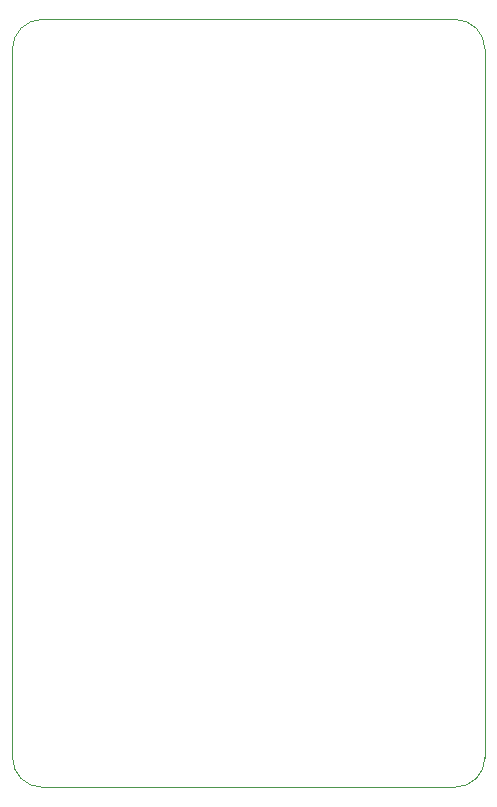
<source format=gbr>
G04 #@! TF.GenerationSoftware,KiCad,Pcbnew,6.0.10+dfsg-1~bpo11+1*
G04 #@! TF.ProjectId,project,70726f6a-6563-4742-9e6b-696361645f70,rev?*
G04 #@! TF.SameCoordinates,Original*
G04 #@! TF.FileFunction,Paste,Bot*
G04 #@! TF.FilePolarity,Positive*
%FSLAX46Y46*%
G04 Gerber Fmt 4.6, Leading zero omitted, Abs format (unit mm)*
%MOMM*%
%LPD*%
G01*
G04 APERTURE LIST*
G04 #@! TA.AperFunction,Profile*
%ADD10C,0.100000*%
G04 #@! TD*
G04 APERTURE END LIST*
D10*
X167262500Y-129537500D02*
X167262500Y-69537500D01*
X164762500Y-67037500D02*
X129762500Y-67037500D01*
X164762500Y-132037500D02*
G75*
G03*
X167262500Y-129537500I0J2500000D01*
G01*
X127262500Y-129537500D02*
G75*
G03*
X129762500Y-132037500I2500000J0D01*
G01*
X167262500Y-69537500D02*
G75*
G03*
X164762500Y-67037500I-2500000J0D01*
G01*
X164762500Y-132037500D02*
X129762500Y-132037500D01*
X127262500Y-69537500D02*
X127262500Y-129537500D01*
X129762500Y-67037500D02*
G75*
G03*
X127262500Y-69537500I0J-2500000D01*
G01*
M02*

</source>
